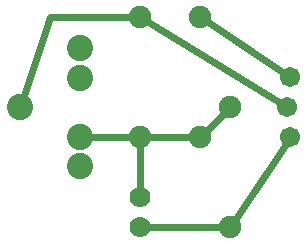
<source format=gbl>
G04 MADE WITH FRITZING*
G04 WWW.FRITZING.ORG*
G04 DOUBLE SIDED*
G04 HOLES PLATED*
G04 CONTOUR ON CENTER OF CONTOUR VECTOR*
%ASAXBY*%
%FSLAX23Y23*%
%MOIN*%
%OFA0B0*%
%SFA1.0B1.0*%
%ADD10C,0.087695*%
%ADD11C,0.087722*%
%ADD12C,0.070000*%
%ADD13C,0.075000*%
%ADD14C,0.067559*%
%ADD15C,0.024000*%
%ADD16R,0.001000X0.001000*%
%LNCOPPER0*%
G90*
G70*
G54D10*
X205Y493D03*
G54D11*
X402Y690D03*
X402Y591D03*
G54D10*
X402Y394D03*
G54D11*
X402Y296D03*
G54D12*
X605Y93D03*
X605Y193D03*
G54D13*
X605Y793D03*
X605Y393D03*
X805Y793D03*
X805Y393D03*
X905Y93D03*
X905Y493D03*
G54D14*
X1105Y593D03*
X1095Y493D03*
X1105Y393D03*
G54D15*
X1083Y500D02*
X620Y784D01*
D02*
X787Y393D02*
X622Y393D01*
D02*
X605Y375D02*
X605Y208D01*
D02*
X213Y518D02*
X305Y793D01*
D02*
X305Y793D02*
X587Y793D01*
D02*
X1093Y600D02*
X819Y783D01*
D02*
X587Y393D02*
X428Y394D01*
D02*
X887Y93D02*
X620Y93D01*
D02*
X915Y107D02*
X1097Y381D01*
D02*
X817Y405D02*
X892Y480D01*
G54D16*
D02*
G04 End of Copper0*
M02*
</source>
